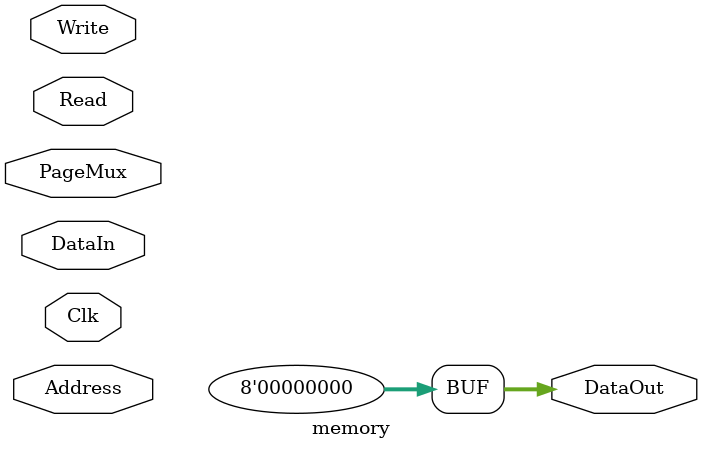
<source format=v>
module memory #(
    parameter A = 18, // page address width
    parameter P = 1 // page mux bits
) (
    input wire[A-1:0] Address,
    input wire[P-1:0] PageMux,
    input wire[7:0] DataIn,
    input wire Clk,
    input wire Read,
    input wire Write,
    output reg[7:0] DataOut
    // TODO: connect to pins, define UFC
    // output wire[A-1:0] MemAddress,
    // output wire[P-1:0] MemPageMux,
    // output wire[7:0] MemData
);

reg[1:0] State;
localparam Free = 2'b00;
localparam PendingRead = 2'b01;
localparam PendingWrite = 2'b10;

initial DataOut <= 1'b0;

always @(posedge Read or posedge Write) begin

end

endmodule
</source>
